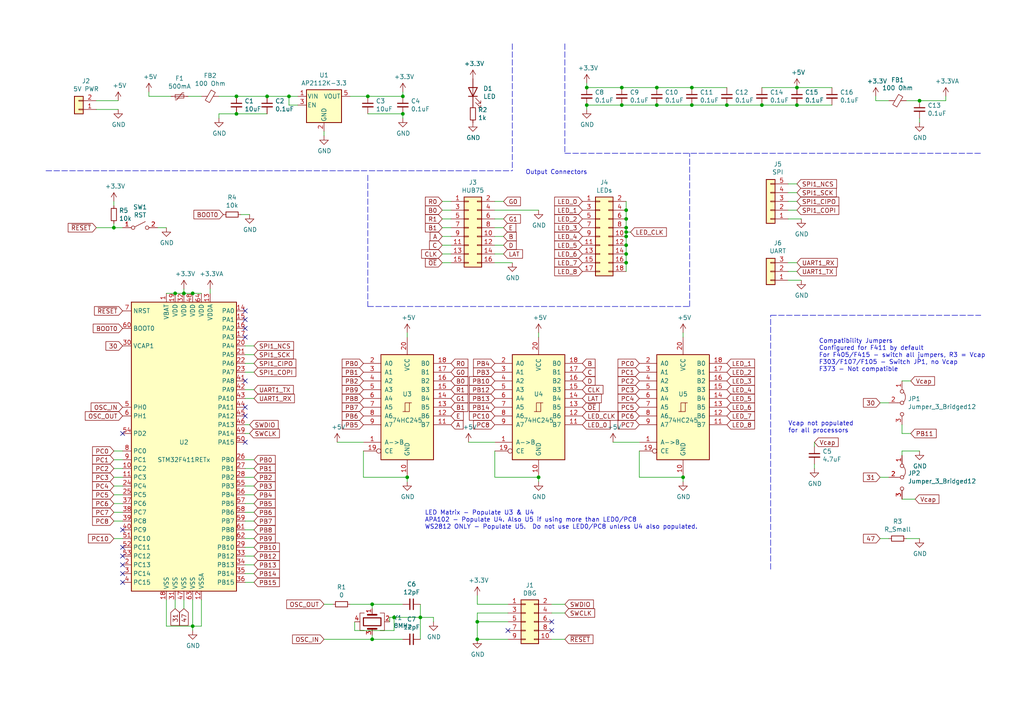
<source format=kicad_sch>
(kicad_sch (version 20211123) (generator eeschema)
  (paper "A4")
  (junction (at 50.8 85.09))
  (junction (at 231.14 30.48))
  (junction (at 170.18 30.48))
  (junction (at 198.12 138.43))
  (junction (at 121.92 179.07))
  (junction (at 68.58 27.94))
  (junction (at 200.66 25.4))
  (junction (at 181.61 63.5))
  (junction (at 138.43 185.42))
  (junction (at 106.68 27.94))
  (junction (at 118.11 138.43))
  (junction (at 190.5 30.48))
  (junction (at 77.47 27.94))
  (junction (at 33.02 66.04))
  (junction (at 181.61 67.31))
  (junction (at 200.66 30.48))
  (junction (at 220.98 30.48))
  (junction (at 107.95 175.26))
  (junction (at 138.43 180.34))
  (junction (at 180.34 25.4))
  (junction (at 53.34 85.09))
  (junction (at 68.58 33.02))
  (junction (at 181.61 71.12))
  (junction (at 55.88 85.09))
  (junction (at 107.95 185.42))
  (junction (at 114.3 179.07))
  (junction (at 181.61 66.04))
  (junction (at 116.84 33.02))
  (junction (at 231.14 25.4))
  (junction (at 116.84 27.94))
  (junction (at 190.5 25.4))
  (junction (at 55.88 181.61))
  (junction (at 180.34 30.48))
  (junction (at 210.82 30.48))
  (junction (at 181.61 76.2))
  (junction (at 170.18 25.4))
  (junction (at 181.61 68.58))
  (junction (at 266.7 29.21))
  (junction (at 156.21 138.43))
  (junction (at 83.82 27.94))
  (junction (at 181.61 73.66))
  (junction (at 181.61 60.96))
  (no_connect (at 71.12 92.71))
  (no_connect (at 71.12 97.79))
  (no_connect (at 160.02 180.34))
  (no_connect (at 35.56 161.29))
  (no_connect (at 71.12 118.11))
  (no_connect (at 35.56 166.37))
  (no_connect (at 160.02 182.88))
  (no_connect (at 71.12 110.49))
  (no_connect (at 35.56 153.67))
  (no_connect (at 71.12 128.27))
  (no_connect (at 35.56 163.83))
  (no_connect (at 35.56 168.91))
  (no_connect (at 71.12 95.25))
  (no_connect (at 35.56 158.75))
  (no_connect (at 35.56 125.73))
  (no_connect (at 71.12 90.17))
  (no_connect (at 147.32 182.88))
  (no_connect (at 71.12 120.65))
  (polyline (pts (xy 106.68 50.8) (xy 106.68 88.9)))
  (wire (pts (xy 181.61 60.96) (xy 181.61 58.42)))
  (wire (pts (xy 231.14 25.4) (xy 220.98 25.4)))
  (wire (pts (xy 143.51 138.43) (xy 156.21 138.43)))
  (wire (pts (xy 181.61 78.74) (xy 181.61 76.2)))
  (wire (pts (xy 228.6 60.96) (xy 231.14 60.96)))
  (wire (pts (xy 143.51 68.58) (xy 146.05 68.58)))
  (wire (pts (xy 71.12 107.95) (xy 73.66 107.95)))
  (wire (pts (xy 128.27 68.58) (xy 130.81 68.58)))
  (wire (pts (xy 232.41 63.5) (xy 228.6 63.5)))
  (wire (pts (xy 181.61 73.66) (xy 181.61 71.12)))
  (wire (pts (xy 73.66 113.03) (xy 71.12 113.03)))
  (wire (pts (xy 43.18 27.94) (xy 49.53 27.94)))
  (wire (pts (xy 185.42 138.43) (xy 198.12 138.43)))
  (polyline (pts (xy 200.025 88.9) (xy 200.025 44.45)))
  (wire (pts (xy 71.12 146.05) (xy 73.66 146.05)))
  (wire (pts (xy 156.21 138.43) (xy 156.21 139.7)))
  (polyline (pts (xy 106.68 88.9) (xy 200.025 88.9)))
  (wire (pts (xy 71.12 153.67) (xy 73.66 153.67)))
  (polyline (pts (xy 163.83 12.7) (xy 163.83 44.45)))
  (wire (pts (xy 200.66 30.48) (xy 190.5 30.48)))
  (wire (pts (xy 138.43 185.42) (xy 138.43 180.34)))
  (wire (pts (xy 71.12 163.83) (xy 73.66 163.83)))
  (wire (pts (xy 71.12 102.87) (xy 73.66 102.87)))
  (wire (pts (xy 55.88 85.09) (xy 58.42 85.09)))
  (wire (pts (xy 83.82 30.48) (xy 86.36 30.48)))
  (wire (pts (xy 118.11 139.7) (xy 118.11 138.43)))
  (wire (pts (xy 34.29 29.21) (xy 27.94 29.21)))
  (wire (pts (xy 231.14 53.34) (xy 228.6 53.34)))
  (wire (pts (xy 71.12 133.35) (xy 73.66 133.35)))
  (wire (pts (xy 128.27 60.96) (xy 130.81 60.96)))
  (wire (pts (xy 180.34 25.4) (xy 190.5 25.4)))
  (wire (pts (xy 58.42 181.61) (xy 55.88 181.61)))
  (wire (pts (xy 265.43 144.78) (xy 261.62 144.78)))
  (wire (pts (xy 71.12 166.37) (xy 73.66 166.37)))
  (wire (pts (xy 71.12 151.13) (xy 73.66 151.13)))
  (wire (pts (xy 143.51 66.04) (xy 146.05 66.04)))
  (wire (pts (xy 190.5 30.48) (xy 180.34 30.48)))
  (wire (pts (xy 228.6 78.74) (xy 231.14 78.74)))
  (wire (pts (xy 156.21 60.96) (xy 143.51 60.96)))
  (wire (pts (xy 170.18 24.13) (xy 170.18 25.4)))
  (wire (pts (xy 198.12 96.52) (xy 198.12 97.79)))
  (wire (pts (xy 93.98 39.37) (xy 93.98 38.1)))
  (wire (pts (xy 231.14 30.48) (xy 241.3 30.48)))
  (wire (pts (xy 143.51 58.42) (xy 146.05 58.42)))
  (wire (pts (xy 121.92 185.42) (xy 121.92 179.07)))
  (wire (pts (xy 262.89 29.21) (xy 266.7 29.21)))
  (wire (pts (xy 128.27 73.66) (xy 130.81 73.66)))
  (wire (pts (xy 241.3 25.4) (xy 231.14 25.4)))
  (wire (pts (xy 128.27 71.12) (xy 130.81 71.12)))
  (wire (pts (xy 101.6 175.26) (xy 107.95 175.26)))
  (wire (pts (xy 106.68 27.94) (xy 116.84 27.94)))
  (wire (pts (xy 58.42 173.99) (xy 58.42 181.61)))
  (wire (pts (xy 264.16 110.49) (xy 261.62 110.49)))
  (wire (pts (xy 181.61 63.5) (xy 181.61 60.96)))
  (wire (pts (xy 107.95 185.42) (xy 116.84 185.42)))
  (polyline (pts (xy 163.83 44.45) (xy 284.48 44.45)))
  (wire (pts (xy 33.02 66.04) (xy 35.56 66.04)))
  (wire (pts (xy 102.87 182.88) (xy 114.3 182.88)))
  (wire (pts (xy 71.12 135.89) (xy 73.66 135.89)))
  (wire (pts (xy 236.22 129.54) (xy 236.22 128.27)))
  (wire (pts (xy 55.88 182.88) (xy 55.88 181.61)))
  (wire (pts (xy 114.3 182.88) (xy 114.3 179.07)))
  (wire (pts (xy 181.61 68.58) (xy 181.61 67.31)))
  (wire (pts (xy 71.12 123.19) (xy 72.39 123.19)))
  (wire (pts (xy 261.62 130.81) (xy 266.7 130.81)))
  (wire (pts (xy 53.34 83.82) (xy 53.34 85.09)))
  (wire (pts (xy 48.26 66.04) (xy 45.72 66.04)))
  (wire (pts (xy 116.84 27.94) (xy 116.84 26.67)))
  (wire (pts (xy 71.12 115.57) (xy 73.66 115.57)))
  (wire (pts (xy 72.39 125.73) (xy 71.12 125.73)))
  (wire (pts (xy 34.29 31.75) (xy 27.94 31.75)))
  (wire (pts (xy 274.32 29.21) (xy 274.32 27.94)))
  (wire (pts (xy 143.51 130.81) (xy 143.51 138.43)))
  (wire (pts (xy 105.41 138.43) (xy 118.11 138.43)))
  (wire (pts (xy 185.42 130.81) (xy 185.42 138.43)))
  (wire (pts (xy 83.82 27.94) (xy 83.82 30.48)))
  (wire (pts (xy 53.34 176.53) (xy 53.34 173.99)))
  (wire (pts (xy 232.41 81.28) (xy 228.6 81.28)))
  (wire (pts (xy 33.02 140.97) (xy 35.56 140.97)))
  (wire (pts (xy 96.52 175.26) (xy 93.98 175.26)))
  (wire (pts (xy 255.27 116.84) (xy 257.81 116.84)))
  (wire (pts (xy 33.02 143.51) (xy 35.56 143.51)))
  (wire (pts (xy 113.03 180.34) (xy 113.03 179.07)))
  (wire (pts (xy 107.95 184.15) (xy 107.95 185.42)))
  (wire (pts (xy 53.34 85.09) (xy 50.8 85.09)))
  (wire (pts (xy 73.66 105.41) (xy 71.12 105.41)))
  (wire (pts (xy 63.5 34.29) (xy 63.5 33.02)))
  (wire (pts (xy 147.32 175.26) (xy 138.43 175.26)))
  (wire (pts (xy 160.02 177.8) (xy 163.83 177.8)))
  (wire (pts (xy 138.43 177.8) (xy 138.43 180.34)))
  (wire (pts (xy 71.12 161.29) (xy 73.66 161.29)))
  (wire (pts (xy 255.27 138.43) (xy 257.81 138.43)))
  (wire (pts (xy 257.81 29.21) (xy 254 29.21)))
  (wire (pts (xy 231.14 58.42) (xy 228.6 58.42)))
  (wire (pts (xy 266.7 35.56) (xy 266.7 34.29)))
  (wire (pts (xy 143.51 63.5) (xy 146.05 63.5)))
  (wire (pts (xy 55.88 181.61) (xy 55.88 173.99)))
  (wire (pts (xy 177.8 128.27) (xy 185.42 128.27)))
  (wire (pts (xy 73.66 100.33) (xy 71.12 100.33)))
  (wire (pts (xy 266.7 156.21) (xy 262.89 156.21)))
  (wire (pts (xy 121.92 179.07) (xy 121.92 175.26)))
  (wire (pts (xy 220.98 30.48) (xy 231.14 30.48)))
  (wire (pts (xy 138.43 185.42) (xy 147.32 185.42)))
  (wire (pts (xy 71.12 140.97) (xy 73.66 140.97)))
  (wire (pts (xy 180.34 30.48) (xy 170.18 30.48)))
  (wire (pts (xy 77.47 27.94) (xy 83.82 27.94)))
  (wire (pts (xy 63.5 33.02) (xy 68.58 33.02)))
  (wire (pts (xy 107.95 175.26) (xy 116.84 175.26)))
  (wire (pts (xy 231.14 76.2) (xy 228.6 76.2)))
  (wire (pts (xy 101.6 27.94) (xy 106.68 27.94)))
  (wire (pts (xy 33.02 130.81) (xy 35.56 130.81)))
  (wire (pts (xy 54.61 27.94) (xy 58.42 27.94)))
  (wire (pts (xy 170.18 25.4) (xy 180.34 25.4)))
  (wire (pts (xy 33.02 151.13) (xy 35.56 151.13)))
  (wire (pts (xy 72.39 62.23) (xy 69.85 62.23)))
  (wire (pts (xy 50.8 85.09) (xy 48.26 85.09)))
  (wire (pts (xy 198.12 139.7) (xy 198.12 138.43)))
  (wire (pts (xy 50.8 176.53) (xy 50.8 173.99)))
  (wire (pts (xy 71.12 168.91) (xy 73.66 168.91)))
  (wire (pts (xy 143.51 71.12) (xy 146.05 71.12)))
  (wire (pts (xy 181.61 76.2) (xy 181.61 73.66)))
  (wire (pts (xy 71.12 138.43) (xy 73.66 138.43)))
  (wire (pts (xy 68.58 27.94) (xy 77.47 27.94)))
  (wire (pts (xy 33.02 66.04) (xy 33.02 64.77)))
  (wire (pts (xy 53.34 85.09) (xy 55.88 85.09)))
  (polyline (pts (xy 13.335 49.53) (xy 148.59 49.53)))
  (wire (pts (xy 43.18 26.67) (xy 43.18 27.94)))
  (wire (pts (xy 255.27 156.21) (xy 257.81 156.21)))
  (wire (pts (xy 93.98 185.42) (xy 107.95 185.42)))
  (wire (pts (xy 264.16 125.73) (xy 261.62 125.73)))
  (wire (pts (xy 33.02 138.43) (xy 35.56 138.43)))
  (wire (pts (xy 210.82 30.48) (xy 200.66 30.48)))
  (wire (pts (xy 33.02 133.35) (xy 35.56 133.35)))
  (wire (pts (xy 113.03 179.07) (xy 114.3 179.07)))
  (wire (pts (xy 125.73 179.07) (xy 125.73 180.34)))
  (wire (pts (xy 190.5 25.4) (xy 200.66 25.4)))
  (wire (pts (xy 71.12 148.59) (xy 73.66 148.59)))
  (wire (pts (xy 261.62 125.73) (xy 261.62 123.19)))
  (wire (pts (xy 181.61 66.04) (xy 181.61 63.5)))
  (wire (pts (xy 116.84 33.02) (xy 106.68 33.02)))
  (wire (pts (xy 181.61 67.31) (xy 182.88 67.31)))
  (wire (pts (xy 102.87 180.34) (xy 102.87 182.88)))
  (wire (pts (xy 71.12 143.51) (xy 73.66 143.51)))
  (wire (pts (xy 128.27 66.04) (xy 130.81 66.04)))
  (wire (pts (xy 63.5 27.94) (xy 68.58 27.94)))
  (wire (pts (xy 48.26 181.61) (xy 48.26 173.99)))
  (wire (pts (xy 33.02 146.05) (xy 35.56 146.05)))
  (wire (pts (xy 236.22 135.89) (xy 236.22 134.62)))
  (wire (pts (xy 138.43 180.34) (xy 147.32 180.34)))
  (wire (pts (xy 107.95 176.53) (xy 107.95 175.26)))
  (wire (pts (xy 135.89 128.27) (xy 143.51 128.27)))
  (wire (pts (xy 33.02 59.69) (xy 33.02 58.42)))
  (wire (pts (xy 128.27 76.2) (xy 130.81 76.2)))
  (wire (pts (xy 156.21 97.79) (xy 156.21 96.52)))
  (wire (pts (xy 83.82 27.94) (xy 86.36 27.94)))
  (wire (pts (xy 71.12 156.21) (xy 73.66 156.21)))
  (wire (pts (xy 254 29.21) (xy 254 27.94)))
  (wire (pts (xy 105.41 130.81) (xy 105.41 138.43)))
  (wire (pts (xy 128.27 63.5) (xy 130.81 63.5)))
  (wire (pts (xy 170.18 31.75) (xy 170.18 30.48)))
  (wire (pts (xy 143.51 73.66) (xy 146.05 73.66)))
  (wire (pts (xy 97.79 128.27) (xy 105.41 128.27)))
  (wire (pts (xy 163.83 185.42) (xy 160.02 185.42)))
  (wire (pts (xy 147.32 177.8) (xy 138.43 177.8)))
  (wire (pts (xy 138.43 175.26) (xy 138.43 172.72)))
  (wire (pts (xy 33.02 148.59) (xy 35.56 148.59)))
  (polyline (pts (xy 148.59 12.7) (xy 148.59 49.53)))
  (wire (pts (xy 181.61 67.31) (xy 181.61 66.04)))
  (wire (pts (xy 116.84 34.29) (xy 116.84 33.02)))
  (wire (pts (xy 266.7 29.21) (xy 274.32 29.21)))
  (wire (pts (xy 163.83 175.26) (xy 160.02 175.26)))
  (polyline (pts (xy 223.52 91.44) (xy 284.48 91.44)))
  (wire (pts (xy 121.92 179.07) (xy 125.73 179.07)))
  (wire (pts (xy 118.11 97.79) (xy 118.11 96.52)))
  (wire (pts (xy 27.94 66.04) (xy 33.02 66.04)))
  (wire (pts (xy 33.02 156.21) (xy 35.56 156.21)))
  (wire (pts (xy 60.96 85.09) (xy 60.96 83.82)))
  (polyline (pts (xy 223.52 165.1) (xy 223.52 91.44)))
  (wire (pts (xy 114.3 179.07) (xy 121.92 179.07)))
  (wire (pts (xy 55.88 181.61) (xy 48.26 181.61)))
  (wire (pts (xy 68.58 33.02) (xy 77.47 33.02)))
  (wire (pts (xy 71.12 158.75) (xy 73.66 158.75)))
  (wire (pts (xy 148.59 76.2) (xy 143.51 76.2)))
  (wire (pts (xy 210.82 30.48) (xy 220.98 30.48)))
  (wire (pts (xy 261.62 132.08) (xy 261.62 130.81)))
  (wire (pts (xy 228.6 55.88) (xy 231.14 55.88)))
  (wire (pts (xy 33.02 135.89) (xy 35.56 135.89)))
  (wire (pts (xy 181.61 71.12) (xy 181.61 68.58)))
  (wire (pts (xy 128.27 58.42) (xy 130.81 58.42)))
  (wire (pts (xy 200.66 25.4) (xy 210.82 25.4)))
  (text "Vcap not populated\nfor all processors" (at 228.6 125.73 0) (effects (font (size 1.27 1.27)) (justify left bottom)))
  (text "Output Connectors" (at 152.4 50.8 0) (effects (font (size 1.27 1.27)) (justify left bottom)))
  (text "LED Matrix - Populate U3 & U4\nAPA102 - Populate U4. Also U5 if using more than LED0/PC8\nWS2812 ONLY - Populate U5.  Do not use LED0/PC8 unless U4 also populated." (at 123.19 153.67 0) (effects (font (size 1.27 1.27)) (justify left bottom)))
  (text "Compatibility Jumpers\nConfigured for F411 by default\nFor F405/F415 - switch all jumpers, R3 = Vcap\nF303/F107/F105 - Switch JP1, no Vcap\nF373 - Not compatible" (at 237.49 107.95 0) (effects (font (size 1.27 1.27)) (justify left bottom)))
  (global_label "PB14" (shape input) (at 143.51 118.11 180) (property "Intersheet References" "${INTERSHEET_REFS}" (effects hide)))
  (global_label "PB11" (shape input) (at 264.16 125.73 0) (property "Intersheet References" "${INTERSHEET_REFS}" (effects hide)))
  (global_label "LED_4" (shape input) (at 168.91 68.58 180) (property "Intersheet References" "${INTERSHEET_REFS}" (effects hide)))
  (global_label "OSC_OUT" (shape input) (at 93.98 175.26 180) (property "Intersheet References" "${INTERSHEET_REFS}" (effects hide)))
  (global_label "PB10" (shape input) (at 73.66 158.75 0) (property "Intersheet References" "${INTERSHEET_REFS}" (effects hide)))
  (global_label "PC8" (shape input) (at 143.51 123.19 180) (property "Intersheet References" "${INTERSHEET_REFS}" (effects hide)))
  (global_label "PB9" (shape input) (at 73.66 156.21 0) (property "Intersheet References" "${INTERSHEET_REFS}" (effects hide)))
  (global_label "PB5" (shape input) (at 73.66 146.05 0) (property "Intersheet References" "${INTERSHEET_REFS}" (effects hide)))
  (global_label "A" (shape input) (at 130.81 123.19 0) (property "Intersheet References" "${INTERSHEET_REFS}" (effects hide)))
  (global_label "PB9" (shape input) (at 105.41 113.03 180) (property "Intersheet References" "${INTERSHEET_REFS}" (effects hide)))
  (global_label "PB7" (shape input) (at 73.66 151.13 0) (property "Intersheet References" "${INTERSHEET_REFS}" (effects hide)))
  (global_label "PC5" (shape input) (at 33.02 143.51 180) (property "Intersheet References" "${INTERSHEET_REFS}" (effects hide)))
  (global_label "LED_8" (shape input) (at 168.91 78.74 180) (property "Intersheet References" "${INTERSHEET_REFS}" (effects hide)))
  (global_label "PC2" (shape input) (at 185.42 110.49 180) (property "Intersheet References" "${INTERSHEET_REFS}" (effects hide)))
  (global_label "PB12" (shape input) (at 73.66 161.29 0) (property "Intersheet References" "${INTERSHEET_REFS}" (effects hide)))
  (global_label "PC8" (shape input) (at 33.02 151.13 180) (property "Intersheet References" "${INTERSHEET_REFS}" (effects hide)))
  (global_label "PB15" (shape input) (at 73.66 168.91 0) (property "Intersheet References" "${INTERSHEET_REFS}" (effects hide)))
  (global_label "PB8" (shape input) (at 105.41 115.57 180) (property "Intersheet References" "${INTERSHEET_REFS}" (effects hide)))
  (global_label "G0" (shape input) (at 146.05 58.42 0) (property "Intersheet References" "${INTERSHEET_REFS}" (effects hide)))
  (global_label "B1" (shape input) (at 130.81 118.11 0) (property "Intersheet References" "${INTERSHEET_REFS}" (effects hide)))
  (global_label "G1" (shape input) (at 130.81 115.57 0) (property "Intersheet References" "${INTERSHEET_REFS}" (effects hide)))
  (global_label "LED_CLK" (shape input) (at 182.88 67.31 0) (property "Intersheet References" "${INTERSHEET_REFS}" (effects hide)))
  (global_label "31" (shape input) (at 50.8 176.53 270) (property "Intersheet References" "${INTERSHEET_REFS}" (effects hide)))
  (global_label "LED_3" (shape input) (at 210.82 110.49 0) (property "Intersheet References" "${INTERSHEET_REFS}" (effects hide)))
  (global_label "UART1_TX" (shape input) (at 231.14 78.74 0) (property "Intersheet References" "${INTERSHEET_REFS}" (effects hide)))
  (global_label "R1" (shape input) (at 128.27 63.5 180) (property "Intersheet References" "${INTERSHEET_REFS}" (effects hide)))
  (global_label "R0" (shape input) (at 128.27 58.42 180) (property "Intersheet References" "${INTERSHEET_REFS}" (effects hide)))
  (global_label "E" (shape input) (at 146.05 66.04 0) (property "Intersheet References" "${INTERSHEET_REFS}" (effects hide)))
  (global_label "PB1" (shape input) (at 73.66 135.89 0) (property "Intersheet References" "${INTERSHEET_REFS}" (effects hide)))
  (global_label "30" (shape input) (at 255.27 116.84 180) (property "Intersheet References" "${INTERSHEET_REFS}" (effects hide)))
  (global_label "B0" (shape input) (at 130.81 110.49 0) (property "Intersheet References" "${INTERSHEET_REFS}" (effects hide)))
  (global_label "SWCLK" (shape input) (at 163.83 177.8 0) (property "Intersheet References" "${INTERSHEET_REFS}" (effects hide)))
  (global_label "LAT" (shape input) (at 146.05 73.66 0) (property "Intersheet References" "${INTERSHEET_REFS}" (effects hide)))
  (global_label "SWCLK" (shape input) (at 72.39 125.73 0) (property "Intersheet References" "${INTERSHEET_REFS}" (effects hide)))
  (global_label "~{RESET}" (shape input) (at 27.94 66.04 180) (property "Intersheet References" "${INTERSHEET_REFS}" (effects hide)))
  (global_label "30" (shape input) (at 35.56 100.33 180) (property "Intersheet References" "${INTERSHEET_REFS}" (effects hide)))
  (global_label "PB2" (shape input) (at 105.41 110.49 180) (property "Intersheet References" "${INTERSHEET_REFS}" (effects hide)))
  (global_label "47" (shape input) (at 255.27 156.21 180) (property "Intersheet References" "${INTERSHEET_REFS}" (effects hide)))
  (global_label "E" (shape input) (at 130.81 120.65 0) (property "Intersheet References" "${INTERSHEET_REFS}" (effects hide)))
  (global_label "PC4" (shape input) (at 33.02 140.97 180) (property "Intersheet References" "${INTERSHEET_REFS}" (effects hide)))
  (global_label "LED_5" (shape input) (at 210.82 115.57 0) (property "Intersheet References" "${INTERSHEET_REFS}" (effects hide)))
  (global_label "PB13" (shape input) (at 143.51 115.57 180) (property "Intersheet References" "${INTERSHEET_REFS}" (effects hide)))
  (global_label "LED_6" (shape input) (at 210.82 118.11 0) (property "Intersheet References" "${INTERSHEET_REFS}" (effects hide)))
  (global_label "B0" (shape input) (at 128.27 60.96 180) (property "Intersheet References" "${INTERSHEET_REFS}" (effects hide)))
  (global_label "LED_6" (shape input) (at 168.91 73.66 180) (property "Intersheet References" "${INTERSHEET_REFS}" (effects hide)))
  (global_label "PB3" (shape input) (at 73.66 140.97 0) (property "Intersheet References" "${INTERSHEET_REFS}" (effects hide)))
  (global_label "SWDIO" (shape input) (at 72.39 123.19 0) (property "Intersheet References" "${INTERSHEET_REFS}" (effects hide)))
  (global_label "~{OE}" (shape input) (at 128.27 76.2 180) (property "Intersheet References" "${INTERSHEET_REFS}" (effects hide)))
  (global_label "SWDIO" (shape input) (at 163.83 175.26 0) (property "Intersheet References" "${INTERSHEET_REFS}" (effects hide)))
  (global_label "OSC_IN" (shape input) (at 35.56 118.11 180) (property "Intersheet References" "${INTERSHEET_REFS}" (effects hide)))
  (global_label "PB12" (shape input) (at 143.51 113.03 180) (property "Intersheet References" "${INTERSHEET_REFS}" (effects hide)))
  (global_label "BOOT0" (shape input) (at 35.56 95.25 180) (property "Intersheet References" "${INTERSHEET_REFS}" (effects hide)))
  (global_label "G0" (shape input) (at 130.81 107.95 0) (property "Intersheet References" "${INTERSHEET_REFS}" (effects hide)))
  (global_label "BOOT0" (shape input) (at 64.77 62.23 180) (property "Intersheet References" "${INTERSHEET_REFS}" (effects hide)))
  (global_label "PB0" (shape input) (at 105.41 105.41 180) (property "Intersheet References" "${INTERSHEET_REFS}" (effects hide)))
  (global_label "~{OE}" (shape input) (at 168.91 118.11 0) (property "Intersheet References" "${INTERSHEET_REFS}" (effects hide)))
  (global_label "Vcap" (shape input) (at 264.16 110.49 0) (property "Intersheet References" "${INTERSHEET_REFS}" (effects hide)))
  (global_label "LED_7" (shape input) (at 168.91 76.2 180) (property "Intersheet References" "${INTERSHEET_REFS}" (effects hide)))
  (global_label "LED_2" (shape input) (at 210.82 107.95 0) (property "Intersheet References" "${INTERSHEET_REFS}" (effects hide)))
  (global_label "PB4" (shape input) (at 143.51 105.41 180) (property "Intersheet References" "${INTERSHEET_REFS}" (effects hide)))
  (global_label "PC4" (shape input) (at 185.42 115.57 180) (property "Intersheet References" "${INTERSHEET_REFS}" (effects hide)))
  (global_label "UART1_RX" (shape input) (at 73.66 115.57 0) (property "Intersheet References" "${INTERSHEET_REFS}" (effects hide)))
  (global_label "PC5" (shape input) (at 185.42 118.11 180) (property "Intersheet References" "${INTERSHEET_REFS}" (effects hide)))
  (global_label "PB6" (shape input) (at 73.66 148.59 0) (property "Intersheet References" "${INTERSHEET_REFS}" (effects hide)))
  (global_label "LED_0" (shape input) (at 168.91 123.19 0) (property "Intersheet References" "${INTERSHEET_REFS}" (effects hide)))
  (global_label "LED_0" (shape input) (at 168.91 58.42 180) (property "Intersheet References" "${INTERSHEET_REFS}" (effects hide)))
  (global_label "LED_2" (shape input) (at 168.91 63.5 180) (property "Intersheet References" "${INTERSHEET_REFS}" (effects hide)))
  (global_label "PB7" (shape input) (at 105.41 118.11 180) (property "Intersheet References" "${INTERSHEET_REFS}" (effects hide)))
  (global_label "PB8" (shape input) (at 73.66 153.67 0) (property "Intersheet References" "${INTERSHEET_REFS}" (effects hide)))
  (global_label "B" (shape input) (at 146.05 68.58 0) (property "Intersheet References" "${INTERSHEET_REFS}" (effects hide)))
  (global_label "PB14" (shape input) (at 73.66 166.37 0) (property "Intersheet References" "${INTERSHEET_REFS}" (effects hide)))
  (global_label "SPI1_NCS" (shape input) (at 231.14 53.34 0) (property "Intersheet References" "${INTERSHEET_REFS}" (effects hide)))
  (global_label "PC7" (shape input) (at 33.02 148.59 180) (property "Intersheet References" "${INTERSHEET_REFS}" (effects hide)))
  (global_label "LED_3" (shape input) (at 168.91 66.04 180) (property "Intersheet References" "${INTERSHEET_REFS}" (effects hide)))
  (global_label "PB5" (shape input) (at 105.41 123.19 180) (property "Intersheet References" "${INTERSHEET_REFS}" (effects hide)))
  (global_label "PC1" (shape input) (at 185.42 107.95 180) (property "Intersheet References" "${INTERSHEET_REFS}" (effects hide)))
  (global_label "UART1_RX" (shape input) (at 231.14 76.2 0) (property "Intersheet References" "${INTERSHEET_REFS}" (effects hide)))
  (global_label "SPI1_NCS" (shape input) (at 73.66 100.33 0) (property "Intersheet References" "${INTERSHEET_REFS}" (effects hide)))
  (global_label "SPI1_CIPO" (shape input) (at 73.66 105.41 0) (property "Intersheet References" "${INTERSHEET_REFS}" (effects hide)))
  (global_label "PC0" (shape input) (at 185.42 105.41 180) (property "Intersheet References" "${INTERSHEET_REFS}" (effects hide)))
  (global_label "LED_7" (shape input) (at 210.82 120.65 0) (property "Intersheet References" "${INTERSHEET_REFS}" (effects hide)))
  (global_label "LED_1" (shape input) (at 168.91 60.96 180) (property "Intersheet References" "${INTERSHEET_REFS}" (effects hide)))
  (global_label "LED_8" (shape input) (at 210.82 123.19 0) (property "Intersheet References" "${INTERSHEET_REFS}" (effects hide)))
  (global_label "47" (shape input) (at 53.34 176.53 270) (property "Intersheet References" "${INTERSHEET_REFS}" (effects hide)))
  (global_label "LED_CLK" (shape input) (at 168.91 120.65 0) (property "Intersheet References" "${INTERSHEET_REFS}" (effects hide)))
  (global_label "PB4" (shape input) (at 73.66 143.51 0) (property "Intersheet References" "${INTERSHEET_REFS}" (effects hide)))
  (global_label "B1" (shape input) (at 128.27 66.04 180) (property "Intersheet References" "${INTERSHEET_REFS}" (effects hide)))
  (global_label "PB0" (shape input) (at 73.66 133.35 0) (property "Intersheet References" "${INTERSHEET_REFS}" (effects hide)))
  (global_label "31" (shape input) (at 255.27 138.43 180) (property "Intersheet References" "${INTERSHEET_REFS}" (effects hide)))
  (global_label "OSC_OUT" (shape input) (at 35.56 120.65 180) (property "Intersheet References" "${INTERSHEET_REFS}" (effects hide)))
  (global_label "Vcap" (shape input) (at 265.43 144.78 0) (property "Intersheet References" "${INTERSHEET_REFS}" (effects hide)))
  (global_label "PC3" (shape input) (at 185.42 113.03 180) (property "Intersheet References" "${INTERSHEET_REFS}" (effects hide)))
  (global_label "LED_1" (shape input) (at 210.82 105.41 0) (property "Intersheet References" "${INTERSHEET_REFS}" (effects hide)))
  (global_label "PB10" (shape input) (at 143.51 110.49 180) (property "Intersheet References" "${INTERSHEET_REFS}" (effects hide)))
  (global_label "~{RESET}" (shape input) (at 35.56 90.17 180) (property "Intersheet References" "${INTERSHEET_REFS}" (effects hide)))
  (global_label "PB1" (shape input) (at 105.41 107.95 180) (property "Intersheet References" "${INTERSHEET_REFS}" (effects hide)))
  (global_label "PB3" (shape input) (at 143.51 107.95 180) (property "Intersheet References" "${INTERSHEET_REFS}" (effects hide)))
  (global_label "SPI1_SCK" (shape input) (at 73.66 102.87 0) (property "Intersheet References" "${INTERSHEET_REFS}" (effects hide)))
  (global_label "D" (shape input) (at 168.91 110.49 0) (property "Intersheet References" "${INTERSHEET_REFS}" (effects hide)))
  (global_label "LAT" (shape input) (at 168.91 115.57 0) (property "Intersheet References" "${INTERSHEET_REFS}" (effects hide)))
  (global_label "PC7" (shape input) (at 185.42 123.19 180) (property "Intersheet References" "${INTERSHEET_REFS}" (effects hide)))
  (global_label "PC10" (shape input) (at 143.51 120.65 180) (property "Intersheet References" "${INTERSHEET_REFS}" (effects hide)))
  (global_label "PC6" (shape input) (at 33.02 146.05 180) (property "Intersheet References" "${INTERSHEET_REFS}" (effects hide)))
  (global_label "C" (shape input) (at 168.91 107.95 0) (property "Intersheet References" "${INTERSHEET_REFS}" (effects hide)))
  (global_label "~{RESET}" (shape input) (at 163.83 185.42 0) (property "Intersheet References" "${INTERSHEET_REFS}" (effects hide)))
  (global_label "D" (shape input) (at 146.05 71.12 0) (property "Intersheet References" "${INTERSHEET_REFS}" (effects hide)))
  (global_label "CLK" (shape input) (at 128.27 73.66 180) (property "Intersheet References" "${INTERSHEET_REFS}" (effects hide)))
  (global_label "A" (shape input) (at 128.27 68.58 180) (property "Intersheet References" "${INTERSHEET_REFS}" (effects hide)))
  (global_label "SPI1_SCK" (shape input) (at 231.14 55.88 0) (property "Intersheet References" "${INTERSHEET_REFS}" (effects hide)))
  (global_label "PC2" (shape input) (at 33.02 135.89 180) (property "Intersheet References" "${INTERSHEET_REFS}" (effects hide)))
  (global_label "B" (shape input) (at 168.91 105.41 0) (property "Intersheet References" "${INTERSHEET_REFS}" (effects hide)))
  (global_label "LED_5" (shape input) (at 168.91 71.12 180) (property "Intersheet References" "${INTERSHEET_REFS}" (effects hide)))
  (global_label "UART1_TX" (shape input) (at 73.66 113.03 0) (property "Intersheet References" "${INTERSHEET_REFS}" (effects hide)))
  (global_label "PC6" (shape input) (at 185.42 120.65 180) (property "Intersheet References" "${INTERSHEET_REFS}" (effects hide)))
  (global_label "Vcap" (shape input) (at 236.22 128.27 0) (property "Intersheet References" "${INTERSHEET_REFS}" (effects hide)))
  (global_label "SPI1_COPI" (shape input) (at 73.66 107.95 0) (property "Intersheet References" "${INTERSHEET_REFS}" (effects hide)))
  (global_label "LED_4" (shape input) (at 210.82 113.03 0) (property "Intersheet References" "${INTERSHEET_REFS}" (effects hide)))
  (global_label "SPI1_CIPO" (shape input) (at 231.14 58.42 0) (property "Intersheet References" "${INTERSHEET_REFS}" (effects hide)))
  (global_label "SPI1_COPI" (shape input) (at 231.14 60.96 0) (property "Intersheet References" "${INTERSHEET_REFS}" (effects hide)))
  (global_label "OSC_IN" (shape input) (at 93.98 185.42 180) (property "Intersheet References" "${INTERSHEET_REFS}" (effects hide)))
  (global_label "PC3" (shape input) (at 33.02 138.43 180) (property "Intersheet References" "${INTERSHEET_REFS}" (effects hide)))
  (global_label "PC1" (shape input) (at 33.02 133.35 180) (property "Intersheet References" "${INTERSHEET_REFS}" (effects hide)))
  (global_label "R1" (shape input) (at 130.81 113.03 0) (property "Intersheet References" "${INTERSHEET_REFS}" (effects hide)))
  (global_label "R0" (shape input) (at 130.81 105.41 0) (property "Intersheet References" "${INTERSHEET_REFS}" (effects hide)))
  (global_label "C" (shape input) (at 128.27 71.12 180) (property "Intersheet References" "${INTERSHEET_REFS}" (effects hide)))
  (global_label "PC10" (shape input) (at 33.02 156.21 180) (property "Intersheet References" "${INTERSHEET_REFS}" (effects hide)))
  (global_label "PB13" (shape input) (at 73.66 163.83 0) (property "Intersheet References" "${INTERSHEET_REFS}" (effects hide)))
  (global_label "PC0" (shape input) (at 33.02 130.81 180) (property "Intersheet References" "${INTERSHEET_REFS}" (effects hide)))
  (global_label "G1" (shape input) (at 146.05 63.5 0) (property "Intersheet References" "${INTERSHEET_REFS}" (effects hide)))
  (global_label "PB2" (shape input) (at 73.66 138.43 0) (property "Intersheet References" "${INTERSHEET_REFS}" (effects hide)))
  (global_label "PB6" (shape input) (at 105.41 120.65 180) (property "Intersheet References" "${INTERSHEET_REFS}" (effects hide)))
  (global_label "CLK" (shape input) (at 168.91 113.03 0) (property "Intersheet References" "${INTERSHEET_REFS}" (effects hide)))
  (symbol (lib_id "MCU_ST_STM32F4:STM32F411RETx") (at 53.34 128.27 0) (unit 1)
    (property "Reference" "U2" (at 53.34 128.27 0))
    (property "Value" "STM32F411RETx" (at 53.34 133.35 0))
    (property "Footprint" "Package_QFP:LQFP-64_10x10mm_P0.5mm" (effects hide))
    (property "Datasheet" "http://www.st.com/st-web-ui/static/active/en/resource/technical/document/datasheet/DM00115249.pdf" (effects hide))
  )
  (symbol (lib_id "Device:C_Small") (at 170.18 27.94 0) (unit 1)
    (property "Reference" "C8" (at 172.5168 26.7716 0) (effects (justify left)))
    (property "Value" "0.1uF" (at 172.5168 29.083 0) (effects (justify left)))
    (property "Footprint" "Capacitor_SMD:C_0603_1608Metric" (effects hide))
  )
  (symbol (lib_id "Device:C_Small") (at 236.22 132.08 0) (unit 1)
    (property "Reference" "C5" (at 238.5568 130.9116 0) (effects (justify left)))
    (property "Value" "4.7uF" (at 238.5568 133.223 0) (effects (justify left)))
    (property "Footprint" "Capacitor_SMD:C_0805_2012Metric" (effects hide))
  )
  (symbol (lib_id "power:GND") (at 236.22 135.89 0) (unit 1)
    (property "Reference" "#PWR011" (effects hide))
    (property "Value" "GND" (at 236.347 140.2842 0))
  )
  (symbol (lib_id "power:+3.3V") (at 170.18 24.13 0) (unit 1)
    (property "Reference" "#PWR013" (effects hide))
    (property "Value" "+3.3V" (at 170.561 19.7358 0))
  )
  (symbol (lib_id "power:GND") (at 170.18 31.75 0) (unit 1)
    (property "Reference" "#PWR014" (effects hide))
    (property "Value" "GND" (at 170.307 36.1442 0))
  )
  (symbol (lib_id "Device:C_Small") (at 180.34 27.94 0) (unit 1)
    (property "Reference" "C9" (at 182.6768 26.7716 0) (effects (justify left)))
    (property "Value" "0.1uF" (at 182.6768 29.083 0) (effects (justify left)))
    (property "Footprint" "Capacitor_SMD:C_0603_1608Metric" (effects hide))
  )
  (symbol (lib_id "Device:C_Small") (at 190.5 27.94 0) (unit 1)
    (property "Reference" "C10" (at 192.8368 26.7716 0) (effects (justify left)))
    (property "Value" "0.1uF" (at 192.8368 29.083 0) (effects (justify left)))
    (property "Footprint" "Capacitor_SMD:C_0603_1608Metric" (effects hide))
  )
  (symbol (lib_id "Device:C_Small") (at 200.66 27.94 0) (unit 1)
    (property "Reference" "C11" (at 202.9968 26.7716 0) (effects (justify left)))
    (property "Value" "0.1uF" (at 202.9968 29.083 0) (effects (justify left)))
    (property "Footprint" "Capacitor_SMD:C_0603_1608Metric" (effects hide))
  )
  (symbol (lib_id "Device:C_Small") (at 210.82 27.94 0) (unit 1)
    (property "Reference" "C12" (at 213.1568 26.7716 0) (effects (justify left)))
    (property "Value" "0.1uF" (at 213.1568 29.083 0) (effects (justify left)))
    (property "Footprint" "Capacitor_SMD:C_0603_1608Metric" (effects hide))
  )
  (symbol (lib_id "power:+3.3V") (at 254 27.94 0) (unit 1)
    (property "Reference" "#PWR015" (effects hide))
    (property "Value" "+3.3V" (at 254.381 23.5458 0))
  )
  (symbol (lib_id "Device:C_Small") (at 266.7 31.75 0) (unit 1)
    (property "Reference" "C13" (at 269.0368 30.5816 0) (effects (justify left)))
    (property "Value" "0.1uF" (at 269.0368 32.893 0) (effects (justify left)))
    (property "Footprint" "Capacitor_SMD:C_0603_1608Metric" (effects hide))
  )
  (symbol (lib_id "STM32-Driver-v1-rescue:Ferrite_Bead_Small-Device") (at 260.35 29.21 270) (unit 1)
    (property "Reference" "FB1" (at 260.35 23.1902 90))
    (property "Value" "100 Ohm" (at 260.35 25.5016 90))
    (property "Footprint" "Inductor_SMD:L_0805_2012Metric" (effects hide))
  )
  (symbol (lib_id "power:+3.3VA") (at 274.32 27.94 0) (unit 1)
    (property "Reference" "#PWR017" (effects hide))
    (property "Value" "+3.3VA" (at 274.701 23.5458 0))
  )
  (symbol (lib_id "power:GND") (at 266.7 35.56 0) (unit 1)
    (property "Reference" "#PWR016" (effects hide))
    (property "Value" "GND" (at 266.827 39.9542 0))
  )
  (symbol (lib_id "power:+3.3VA") (at 60.96 83.82 0) (unit 1)
    (property "Reference" "#PWR08" (effects hide))
    (property "Value" "+3.3VA" (at 61.341 79.4258 0))
  )
  (symbol (lib_id "power:+3.3V") (at 53.34 83.82 0) (unit 1)
    (property "Reference" "#PWR04" (effects hide))
    (property "Value" "+3.3V" (at 53.721 79.4258 0))
  )
  (symbol (lib_id "power:+5V") (at 43.18 26.67 0) (unit 1)
    (property "Reference" "#PWR01" (effects hide))
    (property "Value" "+5V" (at 43.561 22.2758 0))
  )
  (symbol (lib_id "power:GND") (at 63.5 34.29 0) (unit 1)
    (property "Reference" "#PWR02" (effects hide))
    (property "Value" "GND" (at 63.627 38.6842 0))
  )
  (symbol (lib_id "Regulator_Linear:AP2112K-3.3") (at 93.98 30.48 0) (unit 1)
    (property "Reference" "U1" (at 93.98 21.7932 0))
    (property "Value" "AP2112K-3.3" (at 93.98 24.1046 0))
    (property "Footprint" "Package_TO_SOT_SMD:SOT-23-5" (effects hide))
    (property "Datasheet" "https://www.diodes.com/assets/Datasheets/AP2112.pdf" (effects hide))
  )
  (symbol (lib_id "Device:C_Small") (at 68.58 30.48 0) (unit 1)
    (property "Reference" "C1" (at 70.9168 29.3116 0) (effects (justify left)))
    (property "Value" "10uF" (at 70.9168 31.623 0) (effects (justify left)))
    (property "Footprint" "Capacitor_SMD:C_0805_2012Metric" (effects hide))
  )
  (symbol (lib_id "Device:C_Small") (at 77.47 30.48 0) (unit 1)
    (property "Reference" "C2" (at 79.8068 29.3116 0) (effects (justify left)))
    (property "Value" "0.1uF" (at 79.8068 31.623 0) (effects (justify left)))
    (property "Footprint" "Capacitor_SMD:C_0603_1608Metric" (effects hide))
  )
  (symbol (lib_id "Device:C_Small") (at 106.68 30.48 0) (unit 1)
    (property "Reference" "C3" (at 109.0168 29.3116 0) (effects (justify left)))
    (property "Value" "10uF" (at 109.0168 31.623 0) (effects (justify left)))
    (property "Footprint" "Capacitor_SMD:C_0805_2012Metric" (effects hide))
  )
  (symbol (lib_id "power:GND") (at 93.98 39.37 0) (unit 1)
    (property "Reference" "#PWR03" (effects hide))
    (property "Value" "GND" (at 94.107 43.7642 0))
  )
  (symbol (lib_id "Device:C_Small") (at 116.84 30.48 0) (unit 1)
    (property "Reference" "C4" (at 119.1768 29.3116 0) (effects (justify left)))
    (property "Value" "0.1uF" (at 119.1768 31.623 0) (effects (justify left)))
    (property "Footprint" "Capacitor_SMD:C_0603_1608Metric" (effects hide))
  )
  (symbol (lib_id "power:GND") (at 116.84 34.29 0) (unit 1)
    (property "Reference" "#PWR06" (effects hide))
    (property "Value" "GND" (at 116.967 38.6842 0))
  )
  (symbol (lib_id "power:+3.3V") (at 116.84 26.67 0) (unit 1)
    (property "Reference" "#PWR05" (effects hide))
    (property "Value" "+3.3V" (at 117.221 22.2758 0))
  )
  (symbol (lib_id "Device:R_Small") (at 99.06 175.26 270) (unit 1)
    (property "Reference" "R1" (at 99.06 170.2816 90))
    (property "Value" "0" (at 99.06 172.593 90))
    (property "Footprint" "Resistor_SMD:R_0603_1608Metric" (effects hide))
  )
  (symbol (lib_id "power:GND") (at 125.73 180.34 0) (unit 1)
    (property "Reference" "#PWR012" (effects hide))
    (property "Value" "GND" (at 125.857 184.7342 0))
  )
  (symbol (lib_id "Device:C_Small") (at 119.38 175.26 270) (unit 1)
    (property "Reference" "C6" (at 119.38 169.4434 90))
    (property "Value" "12pF" (at 119.38 171.7548 90))
    (property "Footprint" "Capacitor_SMD:C_0805_2012Metric" (effects hide))
  )
  (symbol (lib_id "Device:C_Small") (at 119.38 185.42 270) (unit 1)
    (property "Reference" "C7" (at 119.38 179.6034 90))
    (property "Value" "12pF" (at 119.38 181.9148 90))
    (property "Footprint" "Capacitor_SMD:C_0805_2012Metric" (effects hide))
  )
  (symbol (lib_id "Device:Crystal_GND24") (at 107.95 180.34 270) (unit 1)
    (property "Reference" "Y1" (at 114.1476 179.1716 90) (effects (justify left)))
    (property "Value" "8MHz" (at 114.1476 181.483 90) (effects (justify left)))
    (property "Footprint" "Crystal:Crystal_SMD_5032-4Pin_5.0x3.2mm" (effects hide))
  )
  (symbol (lib_id "Connector_Generic:Conn_02x05_Odd_Even") (at 152.4 180.34 0) (unit 1)
    (property "Reference" "J1" (at 153.67 169.7482 0))
    (property "Value" "DBG" (at 153.67 172.0596 0))
    (property "Footprint" "BVH_Connectors_Misc:Cortex_Debug_PinSocket_2x05_P1.27mm_Vertical_SMD" (effects hide))
  )
  (symbol (lib_id "power:+3.3V") (at 138.43 172.72 0) (unit 1)
    (property "Reference" "#PWR09" (effects hide))
    (property "Value" "+3.3V" (at 138.811 168.3258 0))
  )
  (symbol (lib_id "power:GND") (at 138.43 185.42 0) (unit 1)
    (property "Reference" "#PWR010" (effects hide))
    (property "Value" "GND" (at 138.557 189.8142 0))
  )
  (symbol (lib_id "power:GND") (at 266.7 130.81 0) (unit 1)
    (property "Reference" "#PWR018" (effects hide))
    (property "Value" "GND" (at 266.827 135.2042 0))
  )
  (symbol (lib_id "Jumper:Jumper_3_Bridged12") (at 261.62 116.84 270) (unit 1)
    (property "Reference" "JP1" (at 263.3218 115.6716 90) (effects (justify left)))
    (property "Value" "Jumper_3_Bridged12" (at 263.3218 117.983 90) (effects (justify left)))
    (property "Footprint" "Jumper:SolderJumper-3_P1.3mm_Bridged12_Pad1.0x1.5mm" (effects hide))
  )
  (symbol (lib_id "Jumper:Jumper_3_Bridged12") (at 261.62 138.43 270) (unit 1)
    (property "Reference" "JP2" (at 263.3218 137.2616 90) (effects (justify left)))
    (property "Value" "Jumper_3_Bridged12" (at 263.3218 139.573 90) (effects (justify left)))
    (property "Footprint" "Jumper:SolderJumper-3_P1.3mm_Bridged12_Pad1.0x1.5mm" (effects hide))
  )
  (symbol (lib_id "power:GND") (at 266.7 156.21 0) (unit 1)
    (property "Reference" "#PWR019" (effects hide))
    (property "Value" "GND" (at 266.827 160.6042 0))
  )
  (symbol (lib_id "power:GND") (at 55.88 182.88 0) (unit 1)
    (property "Reference" "#PWR07" (effects hide))
    (property "Value" "GND" (at 56.007 187.2742 0))
  )
  (symbol (lib_id "Connector_Generic:Conn_01x05") (at 223.52 58.42 180) (unit 1)
    (property "Reference" "J5" (at 225.6028 47.625 0))
    (property "Value" "SPI" (at 225.6028 49.9364 0))
    (property "Footprint" "Connector_PinHeader_2.54mm:PinHeader_1x05_P2.54mm_Vertical" (effects hide))
  )
  (symbol (lib_id "power:GND") (at 232.41 63.5 0) (unit 1)
    (property "Reference" "#PWR033" (effects hide))
    (property "Value" "GND" (at 232.537 67.8942 0))
  )
  (symbol (lib_id "Connector_Generic:Conn_01x03") (at 223.52 78.74 180) (unit 1)
    (property "Reference" "J6" (at 225.6028 70.485 0))
    (property "Value" "UART" (at 225.6028 72.7964 0))
    (property "Footprint" "Connector_PinHeader_2.54mm:PinHeader_1x03_P2.54mm_Vertical" (effects hide))
  )
  (symbol (lib_id "power:GND") (at 232.41 81.28 0) (unit 1)
    (property "Reference" "#PWR034" (effects hide))
    (property "Value" "GND" (at 232.537 85.6742 0))
  )
  (symbol (lib_id "Connector_Generic:Conn_02x08_Odd_Even") (at 135.89 66.04 0) (unit 1)
    (property "Reference" "J3" (at 137.16 52.9082 0))
    (property "Value" "HUB75" (at 137.16 55.2196 0))
    (property "Footprint" "Connector_IDC:IDC-Header_2x08_P2.54mm_Vertical" (effects hide))
  )
  (symbol (lib_id "power:GND") (at 148.59 76.2 0) (unit 1)
    (property "Reference" "#PWR023" (effects hide))
    (property "Value" "GND" (at 148.717 80.5942 0))
  )
  (symbol (lib_id "power:GND") (at 156.21 60.96 0) (unit 1)
    (property "Reference" "#PWR026" (effects hide))
    (property "Value" "GND" (at 156.337 65.3542 0))
  )
  (symbol (lib_id "Connector_Generic:Conn_01x02") (at 22.86 31.75 180) (unit 1)
    (property "Reference" "J2" (at 24.9428 23.495 0))
    (property "Value" "5V PWR" (at 24.9428 25.8064 0))
    (property "Footprint" "TerminalBlock_Phoenix:TerminalBlock_Phoenix_MKDS-1,5-2-5.08_1x02_P5.08mm_Horizontal" (effects hide))
  )
  (symbol (lib_id "power:GND") (at 34.29 31.75 0) (unit 1)
    (property "Reference" "#PWR021" (effects hide))
    (property "Value" "GND" (at 34.417 36.1442 0))
  )
  (symbol (lib_id "power:+5V") (at 34.29 29.21 0) (unit 1)
    (property "Reference" "#PWR020" (effects hide))
    (property "Value" "+5V" (at 34.671 24.8158 0))
  )
  (symbol (lib_id "74xx:74HC245") (at 118.11 118.11 0) (unit 1)
    (property "Reference" "U3" (at 118.11 114.3 0))
    (property "Value" "74HC245" (at 118.11 121.92 0))
    (property "Footprint" "Package_SO:TSSOP-20_4.4x6.5mm_P0.65mm" (effects hide))
    (property "Datasheet" "http://www.ti.com/lit/gpn/sn74HC245" (effects hide))
  )
  (symbol (lib_id "74xx:74HC245") (at 156.21 118.11 0) (unit 1)
    (property "Reference" "U4" (at 156.21 114.3 0))
    (property "Value" "74HC245" (at 156.21 121.92 0))
    (property "Footprint" "Package_SO:TSSOP-20_4.4x6.5mm_P0.65mm" (effects hide))
    (property "Datasheet" "http://www.ti.com/lit/gpn/sn74HC245" (effects hide))
  )
  (symbol (lib_id "74xx:74HC245") (at 198.12 118.11 0) (unit 1)
    (property "Reference" "U5" (at 198.12 114.3 0))
    (property "Value" "74HC245" (at 198.12 121.92 0))
    (property "Footprint" "Package_SO:TSSOP-20_4.4x6.5mm_P0.65mm" (effects hide))
    (property "Datasheet" "http://www.ti.com/lit/gpn/sn74HC245" (effects hide))
  )
  (symbol (lib_id "Connector_Generic:Conn_02x09_Odd_Even") (at 173.99 68.58 0) (unit 1)
    (property "Reference" "J4" (at 175.26 52.9082 0))
    (property "Value" "LEDs" (at 175.26 55.2196 0))
    (property "Footprint" "Connector_PinHeader_2.54mm:PinHeader_2x09_P2.54mm_Horizontal" (effects hide))
  )
  (symbol (lib_id "power:+5V") (at 118.11 96.52 0) (unit 1)
    (property "Reference" "#PWR024" (effects hide))
    (property "Value" "+5V" (at 118.491 92.1258 0))
  )
  (symbol (lib_id "power:+5V") (at 156.21 96.52 0) (unit 1)
    (property "Reference" "#PWR028" (effects hide))
    (property "Value" "+5V" (at 156.591 92.1258 0))
  )
  (symbol (lib_id "power:+5V") (at 198.12 96.52 0) (unit 1)
    (property "Reference" "#PWR031" (effects hide))
    (property "Value" "+5V" (at 198.501 92.1258 0))
  )
  (symbol (lib_id "power:GND") (at 118.11 139.7 0) (unit 1)
    (property "Reference" "#PWR025" (effects hide))
    (property "Value" "GND" (at 118.237 144.0942 0))
  )
  (symbol (lib_id "power:GND") (at 156.21 139.7 0) (unit 1)
    (property "Reference" "#PWR029" (effects hide))
    (property "Value" "GND" (at 156.337 144.0942 0))
  )
  (symbol (lib_id "power:GND") (at 198.12 139.7 0) (unit 1)
    (property "Reference" "#PWR032" (effects hide))
    (property "Value" "GND" (at 198.247 144.0942 0))
  )
  (symbol (lib_id "power:+5V") (at 97.79 128.27 0) (unit 1)
    (property "Reference" "#PWR022" (effects hide))
    (property "Value" "+5V" (at 98.171 123.8758 0))
  )
  (symbol (lib_id "power:+5V") (at 135.89 128.27 0) (unit 1)
    (property "Reference" "#PWR027" (effects hide))
    (property "Value" "+5V" (at 136.271 123.8758 0))
  )
  (symbol (lib_id "power:+5V") (at 177.8 128.27 0) (unit 1)
    (property "Reference" "#PWR030" (effects hide))
    (property "Value" "+5V" (at 178.181 123.8758 0))
  )
  (symbol (lib_id "Device:C_Small") (at 220.98 27.94 0) (unit 1)
    (property "Reference" "C14" (at 223.3168 26.7716 0) (effects (justify left)))
    (property "Value" "0.1uF" (at 223.3168 29.083 0) (effects (justify left)))
    (property "Footprint" "Capacitor_SMD:C_0603_1608Metric" (effects hide))
  )
  (symbol (lib_id "Device:C_Small") (at 231.14 27.94 0) (unit 1)
    (property "Reference" "C15" (at 233.4768 26.7716 0) (effects (justify left)))
    (property "Value" "0.1uF" (at 233.4768 29.083 0) (effects (justify left)))
    (property "Footprint" "Capacitor_SMD:C_0603_1608Metric" (effects hide))
  )
  (symbol (lib_id "Device:C_Small") (at 241.3 27.94 0) (unit 1)
    (property "Reference" "C16" (at 243.6368 26.7716 0) (effects (justify left)))
    (property "Value" "0.1uF" (at 243.6368 29.083 0) (effects (justify left)))
    (property "Footprint" "Capacitor_SMD:C_0603_1608Metric" (effects hide))
  )
  (symbol (lib_id "power:+3.3V") (at 137.16 22.86 0) (unit 1)
    (property "Reference" "#PWR035" (effects hide))
    (property "Value" "+3.3V" (at 137.541 18.4658 0))
  )
  (symbol (lib_id "Device:LED") (at 137.16 26.67 90) (unit 1)
    (property "Reference" "D1" (at 140.1572 25.6794 90) (effects (justify right)))
    (property "Value" "LED" (at 140.1572 27.9908 90) (effects (justify right)))
    (property "Footprint" "LED_SMD:LED_0805_2012Metric" (effects hide))
  )
  (symbol (lib_id "Device:R_Small") (at 137.16 33.02 180) (unit 1)
    (property "Reference" "R2" (at 138.6586 31.8516 0) (effects (justify right)))
    (property "Value" "1k" (at 138.6586 34.163 0) (effects (justify right)))
    (property "Footprint" "Resistor_SMD:R_0805_2012Metric" (effects hide))
  )
  (symbol (lib_id "power:GND") (at 137.16 35.56 0) (unit 1)
    (property "Reference" "#PWR036" (effects hide))
    (property "Value" "GND" (at 137.287 39.9542 0))
  )
  (symbol (lib_id "Device:Polyfuse_Small") (at 52.07 27.94 270) (unit 1)
    (property "Reference" "F1" (at 52.07 22.733 90))
    (property "Value" "500mA" (at 52.07 25.0444 90))
    (property "Footprint" "Fuse:Fuse_1210_3225Metric" (effects hide))
  )
  (symbol (lib_id "STM32-Driver-v1-rescue:Ferrite_Bead_Small-Device") (at 60.96 27.94 270) (unit 1)
    (property "Reference" "FB2" (at 60.96 21.9202 90))
    (property "Value" "100 Ohm" (at 60.96 24.2316 90))
    (property "Footprint" "Inductor_SMD:L_0805_2012Metric" (effects hide))
  )
  (symbol (lib_id "power:+5V") (at 231.14 25.4 0) (unit 1)
    (property "Reference" "#PWR0101" (effects hide))
    (property "Value" "+5V" (at 231.521 21.0058 0))
  )
  (symbol (lib_id "Device:R_Small") (at 260.35 156.21 270) (unit 1)
    (property "Reference" "R3" (at 260.35 151.2316 90))
    (property "Value" "R_Small" (at 260.35 153.543 90))
    (property "Footprint" "Resistor_SMD:R_0805_2012Metric_Pad1.15x1.40mm_HandSolder" (effects hide))
  )
  (symbol (lib_id "Device:R_Small") (at 67.31 62.23 90) (unit 1)
    (property "Reference" "R4" (at 67.31 57.2516 90))
    (property "Value" "10k" (at 67.31 59.563 90))
    (property "Footprint" "Resistor_SMD:R_0805_2012Metric" (effects hide))
  )
  (symbol (lib_id "power:GND") (at 72.39 62.23 0) (unit 1)
    (property "Reference" "#PWR038" (effects hide))
    (property "Value" "GND" (at 72.517 66.6242 0))
  )
  (symbol (lib_id "Switch:SW_SPST") (at 40.64 66.04 0) (unit 1)
    (property "Reference" "SW1" (at 40.64 60.071 0))
    (property "Value" "RST" (at 40.64 62.3824 0))
    (property "Footprint" "BVH_Switches:Tac_SMD_6.4mm_Side_SPST_NO" (effects hide))
  )
  (symbol (lib_id "power:GND") (at 48.26 66.04 0) (unit 1)
    (property "Reference" "#PWR039" (effects hide))
    (property "Value" "GND" (at 48.387 70.4342 0))
  )
  (symbol (lib_id "Device:R_Small") (at 33.02 62.23 0) (unit 1)
    (property "Reference" "R5" (at 34.5186 61.0616 0) (effects (justify left)))
    (property "Value" "10k" (at 34.5186 63.373 0) (effects (justify left)))
    (property "Footprint" "Resistor_SMD:R_0805_2012Metric" (effects hide))
  )
  (symbol (lib_id "power:+3.3V") (at 33.02 58.42 0) (unit 1)
    (property "Reference" "#PWR037" (effects hide))
    (property "Value" "+3.3V" (at 33.401 54.0258 0))
  )
)
</source>
